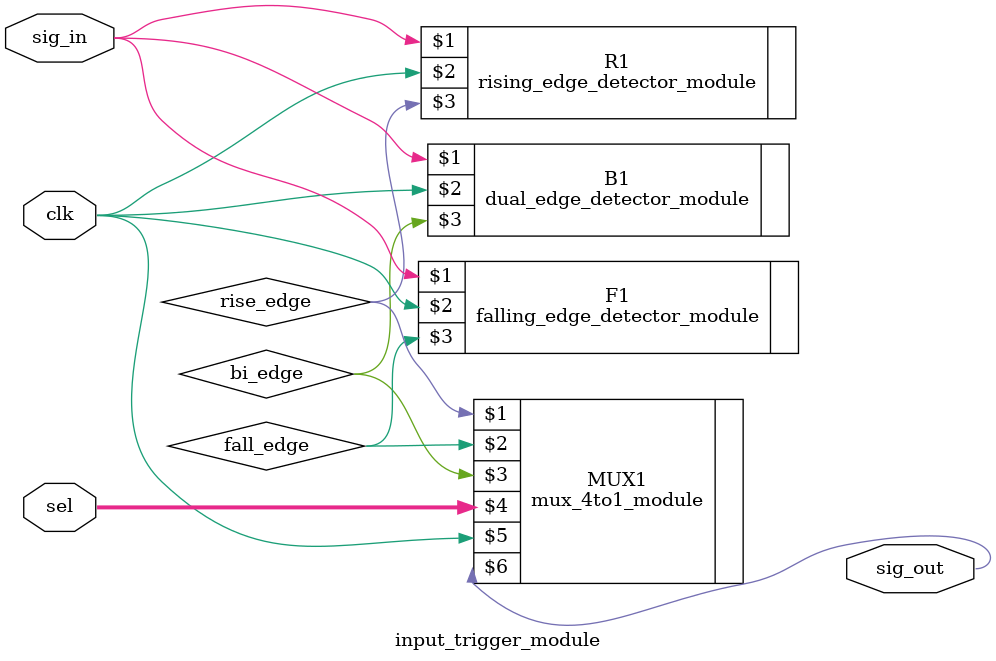
<source format=v>
`timescale 1ns / 1ps


module input_trigger_module(
    input sig_in,
    input [2:0] sel,
    input clk,
    output sig_out
    );
    
wire rise_edge;
rising_edge_detector_module R1 (
    sig_in,
    clk,
    rise_edge
    );

wire fall_edge;    
falling_edge_detector_module F1 (
    sig_in,
    clk,
    fall_edge
    );
    
wire bi_edge;
dual_edge_detector_module B1(
    sig_in,
    clk,
    bi_edge
    );

//wire inp_out;
mux_4to1_module MUX1(
    rise_edge,
    fall_edge,
    bi_edge,
    sel,
    clk,
    
    sig_out
    );
endmodule

</source>
